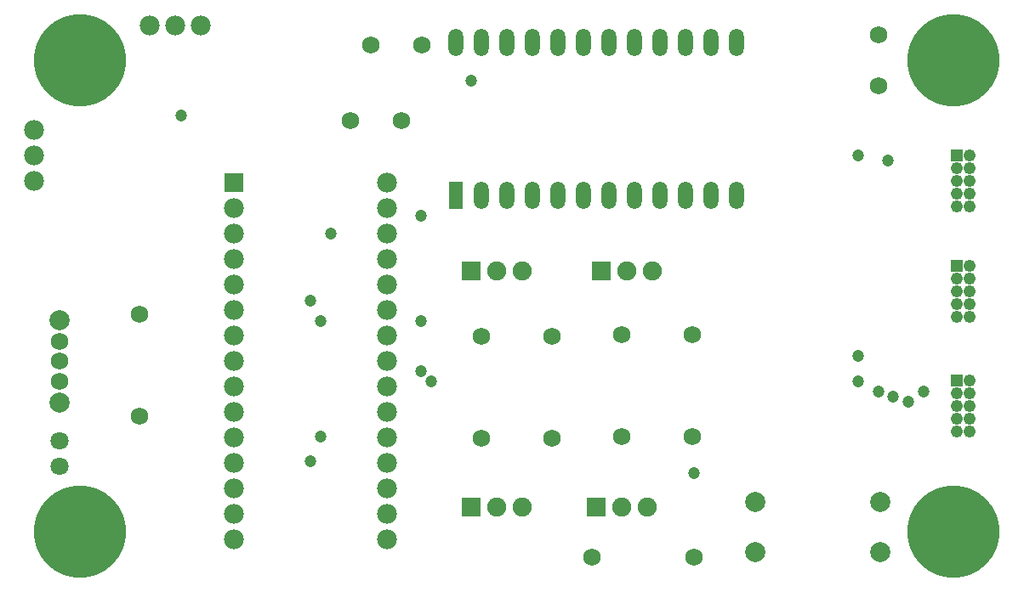
<source format=gbs>
G04 Layer_Color=8150272*
%FSLAX43Y43*%
%MOMM*%
G71*
G01*
G75*
%ADD34C,1.727*%
%ADD35C,1.903*%
%ADD36R,1.903X1.903*%
%ADD37C,2.003*%
%ADD38R,1.219X1.219*%
%ADD39C,1.219*%
%ADD40R,1.473X2.743*%
%ADD41O,1.473X2.743*%
%ADD42C,1.981*%
%ADD43R,1.981X1.981*%
%ADD44C,9.203*%
%ADD45C,1.803*%
%ADD46C,1.203*%
D34*
X67660Y4000D02*
D03*
X57500D02*
D03*
X46500Y26000D02*
D03*
Y15840D02*
D03*
X53500Y26000D02*
D03*
Y15840D02*
D03*
X60500Y16000D02*
D03*
Y26160D02*
D03*
X67500Y16000D02*
D03*
Y26160D02*
D03*
X12500Y28160D02*
D03*
Y18000D02*
D03*
X4500Y21481D02*
D03*
Y23487D02*
D03*
Y25494D02*
D03*
X40540Y55000D02*
D03*
X35460D02*
D03*
X38540Y47500D02*
D03*
X33460D02*
D03*
X86000Y50960D02*
D03*
Y56040D02*
D03*
D35*
X50540Y32500D02*
D03*
X48000D02*
D03*
X63540D02*
D03*
X61000D02*
D03*
X50540Y9000D02*
D03*
X48000D02*
D03*
X63040D02*
D03*
X60500D02*
D03*
D36*
X45460Y32500D02*
D03*
X58460D02*
D03*
X45460Y9000D02*
D03*
X57960D02*
D03*
D37*
X4500Y19398D02*
D03*
Y27602D02*
D03*
X73750Y9500D02*
D03*
X86250D02*
D03*
X73750Y4500D02*
D03*
X86250D02*
D03*
D38*
X93865Y44040D02*
D03*
Y21540D02*
D03*
Y33040D02*
D03*
D39*
X95135Y44040D02*
D03*
X93865Y42770D02*
D03*
X95135D02*
D03*
X93865Y41500D02*
D03*
X95135D02*
D03*
X93865Y40230D02*
D03*
X95135D02*
D03*
X93865Y38960D02*
D03*
X95135D02*
D03*
Y21540D02*
D03*
X93865Y20270D02*
D03*
X95135D02*
D03*
X93865Y19000D02*
D03*
X95135D02*
D03*
X93865Y17730D02*
D03*
X95135D02*
D03*
X93865Y16460D02*
D03*
X95135D02*
D03*
Y33040D02*
D03*
X93865Y31770D02*
D03*
X95135D02*
D03*
X93865Y30500D02*
D03*
X95135D02*
D03*
X93865Y29230D02*
D03*
X95135D02*
D03*
X93865Y27960D02*
D03*
X95135D02*
D03*
D40*
X44000Y40000D02*
D03*
D03*
D41*
X46540D02*
D03*
X49080D02*
D03*
X51620D02*
D03*
X54160D02*
D03*
X56700D02*
D03*
X59240D02*
D03*
X61780D02*
D03*
X64320D02*
D03*
X66860D02*
D03*
X69400D02*
D03*
X71940D02*
D03*
X44000Y55240D02*
D03*
X46540D02*
D03*
X49080D02*
D03*
X51620D02*
D03*
X54160D02*
D03*
X56700D02*
D03*
X59240D02*
D03*
X61780D02*
D03*
X64320D02*
D03*
X66860D02*
D03*
X69400D02*
D03*
X71940D02*
D03*
X46540Y40000D02*
D03*
X49080D02*
D03*
X51620D02*
D03*
X54160D02*
D03*
X56700D02*
D03*
X59240D02*
D03*
X61780D02*
D03*
X64320D02*
D03*
X66860D02*
D03*
X69400D02*
D03*
X71940D02*
D03*
X44000Y55240D02*
D03*
X46540D02*
D03*
X49080D02*
D03*
X51620D02*
D03*
X54160D02*
D03*
X56700D02*
D03*
X59240D02*
D03*
X61780D02*
D03*
X64320D02*
D03*
X66860D02*
D03*
X69400D02*
D03*
X71940D02*
D03*
D42*
X37120Y38740D02*
D03*
Y36200D02*
D03*
Y33660D02*
D03*
Y31120D02*
D03*
Y28580D02*
D03*
Y26040D02*
D03*
Y23500D02*
D03*
Y20960D02*
D03*
Y18420D02*
D03*
Y15880D02*
D03*
Y13340D02*
D03*
Y10800D02*
D03*
Y8260D02*
D03*
Y5720D02*
D03*
X21880D02*
D03*
Y8260D02*
D03*
Y10800D02*
D03*
Y13340D02*
D03*
Y15880D02*
D03*
Y18420D02*
D03*
Y20960D02*
D03*
Y23500D02*
D03*
Y26040D02*
D03*
Y28580D02*
D03*
Y31120D02*
D03*
Y33660D02*
D03*
X37120Y41280D02*
D03*
X21880Y36200D02*
D03*
Y38740D02*
D03*
X18580Y57000D02*
D03*
X16040D02*
D03*
X13500D02*
D03*
X2000Y46580D02*
D03*
Y44040D02*
D03*
Y41500D02*
D03*
D43*
X21880Y41280D02*
D03*
D44*
X93500Y53500D02*
D03*
Y6500D02*
D03*
X6500Y53500D02*
D03*
Y6500D02*
D03*
D45*
X4500Y15603D02*
D03*
Y13063D02*
D03*
D46*
X31500Y36200D02*
D03*
X30500Y27500D02*
D03*
X16635Y48000D02*
D03*
X40500Y22500D02*
D03*
X41500Y21500D02*
D03*
X53500Y26000D02*
D03*
X46500Y26000D02*
D03*
X30500Y16000D02*
D03*
X29500Y13500D02*
D03*
Y29500D02*
D03*
X90500Y20500D02*
D03*
X89000Y19500D02*
D03*
X87500Y20000D02*
D03*
X86000Y20500D02*
D03*
X84000Y21500D02*
D03*
Y24000D02*
D03*
Y44000D02*
D03*
X87000Y43500D02*
D03*
X67660Y12340D02*
D03*
X40500Y27500D02*
D03*
Y38000D02*
D03*
X45500Y51500D02*
D03*
M02*

</source>
